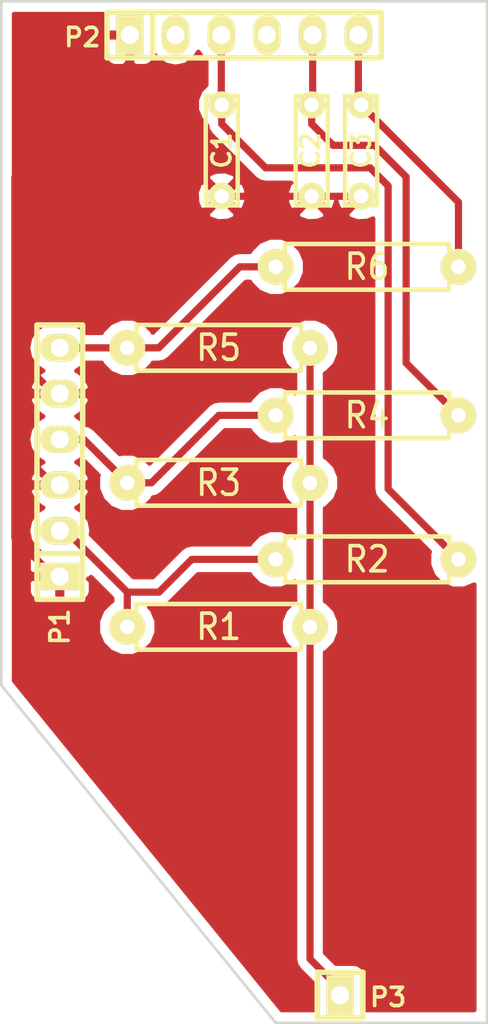
<source format=kicad_pcb>
(kicad_pcb (version 4) (host pcbnew no-vcs-found-product)

  (general
    (links 21)
    (no_connects 2)
    (area 145.978 59.848 174.575001 114.825001)
    (thickness 1.6)
    (drawings 5)
    (tracks 58)
    (zones 0)
    (modules 12)
    (nets 9)
  )

  (page A4)
  (layers
    (0 F.Cu signal)
    (31 B.Cu signal)
    (32 B.Adhes user)
    (33 F.Adhes user)
    (34 B.Paste user)
    (35 F.Paste user)
    (36 B.SilkS user)
    (37 F.SilkS user)
    (38 B.Mask user)
    (39 F.Mask user)
    (40 Dwgs.User user)
    (41 Cmts.User user)
    (42 Eco1.User user)
    (43 Eco2.User user)
    (44 Edge.Cuts user)
    (45 Margin user)
    (46 B.CrtYd user)
    (47 F.CrtYd user)
    (48 B.Fab user)
    (49 F.Fab user)
  )

  (setup
    (last_trace_width 0.4)
    (user_trace_width 0.4)
    (trace_clearance 0.2)
    (zone_clearance 0.508)
    (zone_45_only no)
    (trace_min 0.2)
    (segment_width 0.2)
    (edge_width 0.15)
    (via_size 0.6)
    (via_drill 0.4)
    (via_min_size 0.4)
    (via_min_drill 0.3)
    (uvia_size 0.3)
    (uvia_drill 0.1)
    (uvias_allowed no)
    (uvia_min_size 0.2)
    (uvia_min_drill 0.1)
    (pcb_text_width 0.3)
    (pcb_text_size 1.5 1.5)
    (mod_edge_width 0.15)
    (mod_text_size 1 1)
    (mod_text_width 0.15)
    (pad_size 1.524 1.524)
    (pad_drill 0.762)
    (pad_to_mask_clearance 0.2)
    (aux_axis_origin 0 0)
    (visible_elements FFFFFF7F)
    (pcbplotparams
      (layerselection 0x00000_7fffffff)
      (usegerberextensions false)
      (excludeedgelayer false)
      (linewidth 0.100000)
      (plotframeref false)
      (viasonmask false)
      (mode 1)
      (useauxorigin false)
      (hpglpennumber 1)
      (hpglpenspeed 20)
      (hpglpendiameter 15)
      (psnegative false)
      (psa4output false)
      (plotreference true)
      (plotvalue true)
      (plotinvisibletext false)
      (padsonsilk false)
      (subtractmaskfromsilk false)
      (outputformat 5)
      (mirror false)
      (drillshape 1)
      (scaleselection 1)
      (outputdirectory ""))
  )

  (net 0 "")
  (net 1 Z_ARD)
  (net 2 GND)
  (net 3 Y_ARD)
  (net 4 X_ARD)
  (net 5 Z_NO)
  (net 6 Y_NO)
  (net 7 X_NO)
  (net 8 5V)

  (net_class Default "This is the default net class."
    (clearance 0.2)
    (trace_width 0.25)
    (via_dia 0.6)
    (via_drill 0.4)
    (uvia_dia 0.3)
    (uvia_drill 0.1)
    (add_net 5V)
    (add_net GND)
    (add_net X_ARD)
    (add_net X_NO)
    (add_net Y_ARD)
    (add_net Y_NO)
    (add_net Z_ARD)
    (add_net Z_NO)
  )

  (module w_capacitors:cnp_6mm_disc (layer F.Cu) (tedit 0) (tstamp 56E1DF33)
    (at 159.75 71.04 270)
    (descr "6mm disc ceramic capacitor")
    (tags C)
    (path /56E1E702)
    (fp_text reference C1 (at 0 0 270) (layer F.SilkS)
      (effects (font (size 1.016 1.016) (thickness 0.2032)))
    )
    (fp_text value 100n (at 0 -2.286 270) (layer F.SilkS) hide
      (effects (font (size 1.016 1.016) (thickness 0.2032)))
    )
    (fp_line (start -3.048 -0.889) (end -3.048 0.889) (layer F.SilkS) (width 0.24892))
    (fp_line (start -3.048 0.889) (end 3.048 0.889) (layer F.SilkS) (width 0.24892))
    (fp_line (start 3.048 0.889) (end 3.048 -0.889) (layer F.SilkS) (width 0.24892))
    (fp_line (start 3.048 -0.889) (end -3.048 -0.889) (layer F.SilkS) (width 0.24892))
    (pad 1 thru_hole circle (at -2.54 0 270) (size 1.50114 1.50114) (drill 0.8001) (layers *.Cu *.Mask F.SilkS)
      (net 1 Z_ARD))
    (pad 2 thru_hole circle (at 2.54 0 270) (size 1.50114 1.50114) (drill 0.8001) (layers *.Cu *.Mask F.SilkS)
      (net 2 GND))
    (model walter/capacitors/cnp_6mm_disc.wrl
      (at (xyz 0 0 0))
      (scale (xyz 1 1 1))
      (rotate (xyz 0 0 0))
    )
  )

  (module w_capacitors:cnp_6mm_disc (layer F.Cu) (tedit 0) (tstamp 56E1DF3D)
    (at 164.75 71.04 270)
    (descr "6mm disc ceramic capacitor")
    (tags C)
    (path /56E1E52A)
    (fp_text reference C2 (at 0 0.071537 270) (layer F.SilkS)
      (effects (font (size 1.016 1.016) (thickness 0.2032)))
    )
    (fp_text value 100n (at 0 -2.286 270) (layer F.SilkS) hide
      (effects (font (size 1.016 1.016) (thickness 0.2032)))
    )
    (fp_line (start -3.048 -0.889) (end -3.048 0.889) (layer F.SilkS) (width 0.24892))
    (fp_line (start -3.048 0.889) (end 3.048 0.889) (layer F.SilkS) (width 0.24892))
    (fp_line (start 3.048 0.889) (end 3.048 -0.889) (layer F.SilkS) (width 0.24892))
    (fp_line (start 3.048 -0.889) (end -3.048 -0.889) (layer F.SilkS) (width 0.24892))
    (pad 1 thru_hole circle (at -2.54 0 270) (size 1.50114 1.50114) (drill 0.8001) (layers *.Cu *.Mask F.SilkS)
      (net 3 Y_ARD))
    (pad 2 thru_hole circle (at 2.54 0 270) (size 1.50114 1.50114) (drill 0.8001) (layers *.Cu *.Mask F.SilkS)
      (net 2 GND))
    (model walter/capacitors/cnp_6mm_disc.wrl
      (at (xyz 0 0 0))
      (scale (xyz 1 1 1))
      (rotate (xyz 0 0 0))
    )
  )

  (module w_capacitors:cnp_6mm_disc (layer F.Cu) (tedit 0) (tstamp 56E1DF47)
    (at 167.5 71.04 270)
    (descr "6mm disc ceramic capacitor")
    (tags C)
    (path /56E1DF9B)
    (fp_text reference C3 (at 0 0 270) (layer F.SilkS)
      (effects (font (size 1.016 1.016) (thickness 0.2032)))
    )
    (fp_text value 100n (at 0 -2.286 270) (layer F.SilkS) hide
      (effects (font (size 1.016 1.016) (thickness 0.2032)))
    )
    (fp_line (start -3.048 -0.889) (end -3.048 0.889) (layer F.SilkS) (width 0.24892))
    (fp_line (start -3.048 0.889) (end 3.048 0.889) (layer F.SilkS) (width 0.24892))
    (fp_line (start 3.048 0.889) (end 3.048 -0.889) (layer F.SilkS) (width 0.24892))
    (fp_line (start 3.048 -0.889) (end -3.048 -0.889) (layer F.SilkS) (width 0.24892))
    (pad 1 thru_hole circle (at -2.54 0 270) (size 1.50114 1.50114) (drill 0.8001) (layers *.Cu *.Mask F.SilkS)
      (net 4 X_ARD))
    (pad 2 thru_hole circle (at 2.54 0 270) (size 1.50114 1.50114) (drill 0.8001) (layers *.Cu *.Mask F.SilkS)
      (net 2 GND))
    (model walter/capacitors/cnp_6mm_disc.wrl
      (at (xyz 0 0 0))
      (scale (xyz 1 1 1))
      (rotate (xyz 0 0 0))
    )
  )

  (module w_pin_strip:pin_strip_6 (layer F.Cu) (tedit 0) (tstamp 56E1DF56)
    (at 150.75 88.35 90)
    (descr "Pin strip 6pin")
    (tags "CONN DEV")
    (path /56E1D91F)
    (fp_text reference P1 (at -9.15 0 90) (layer F.SilkS)
      (effects (font (size 1.016 1.016) (thickness 0.2032)))
    )
    (fp_text value CONN_01X06 (at 0.254 -3.556 90) (layer F.SilkS) hide
      (effects (font (size 1.016 0.889) (thickness 0.2032)))
    )
    (fp_line (start -5.08 -1.27) (end -5.08 1.27) (layer F.SilkS) (width 0.3048))
    (fp_line (start -7.62 1.27) (end -7.62 -1.27) (layer F.SilkS) (width 0.3048))
    (fp_line (start -7.62 -1.27) (end 7.62 -1.27) (layer F.SilkS) (width 0.3048))
    (fp_line (start 7.62 -1.27) (end 7.62 1.27) (layer F.SilkS) (width 0.3048))
    (fp_line (start 7.62 1.27) (end -7.62 1.27) (layer F.SilkS) (width 0.3048))
    (pad 1 thru_hole rect (at -6.35 0 90) (size 1.524 2.19964) (drill 1.00076) (layers *.Cu *.Mask F.SilkS)
      (net 2 GND))
    (pad 2 thru_hole oval (at -3.81 0 90) (size 1.524 2.19964) (drill 1.00076) (layers *.Cu *.Mask F.SilkS)
      (net 5 Z_NO))
    (pad 3 thru_hole oval (at -1.27 0 90) (size 1.524 2.19964) (drill 1.00076) (layers *.Cu *.Mask F.SilkS)
      (net 2 GND))
    (pad 4 thru_hole oval (at 1.27 0 90) (size 1.524 2.19964) (drill 1.00076) (layers *.Cu *.Mask F.SilkS)
      (net 6 Y_NO))
    (pad 5 thru_hole oval (at 3.81 0 90) (size 1.524 2.19964) (drill 1.00076) (layers *.Cu *.Mask F.SilkS)
      (net 2 GND))
    (pad 6 thru_hole oval (at 6.35 0 90) (size 1.524 2.19964) (drill 1.00076) (layers *.Cu *.Mask F.SilkS)
      (net 7 X_NO))
    (model walter/pin_strip/pin_strip_6.wrl
      (at (xyz 0 0 0))
      (scale (xyz 1 1 1))
      (rotate (xyz 0 0 0))
    )
  )

  (module w_pin_strip:pin_strip_6 locked (layer F.Cu) (tedit 0) (tstamp 56E1DF65)
    (at 160.996 64.62)
    (descr "Pin strip 6pin")
    (tags "CONN DEV")
    (path /56E1D799)
    (fp_text reference P2 (at -8.996 0.13) (layer F.SilkS)
      (effects (font (size 1.016 1.016) (thickness 0.2032)))
    )
    (fp_text value CONN_01X06 (at 0.254 -3.556) (layer F.SilkS) hide
      (effects (font (size 1.016 0.889) (thickness 0.2032)))
    )
    (fp_line (start -5.08 -1.27) (end -5.08 1.27) (layer F.SilkS) (width 0.3048))
    (fp_line (start -7.62 1.27) (end -7.62 -1.27) (layer F.SilkS) (width 0.3048))
    (fp_line (start -7.62 -1.27) (end 7.62 -1.27) (layer F.SilkS) (width 0.3048))
    (fp_line (start 7.62 -1.27) (end 7.62 1.27) (layer F.SilkS) (width 0.3048))
    (fp_line (start 7.62 1.27) (end -7.62 1.27) (layer F.SilkS) (width 0.3048))
    (pad 1 thru_hole rect (at -6.35 0) (size 1.524 2.19964) (drill 1.00076) (layers *.Cu *.Mask F.SilkS)
      (net 2 GND))
    (pad 2 thru_hole oval (at -3.81 0) (size 1.524 2.19964) (drill 1.00076) (layers *.Cu *.Mask F.SilkS))
    (pad 3 thru_hole oval (at -1.27 0) (size 1.524 2.19964) (drill 1.00076) (layers *.Cu *.Mask F.SilkS)
      (net 1 Z_ARD))
    (pad 4 thru_hole oval (at 1.27 0) (size 1.524 2.19964) (drill 1.00076) (layers *.Cu *.Mask F.SilkS))
    (pad 5 thru_hole oval (at 3.81 0) (size 1.524 2.19964) (drill 1.00076) (layers *.Cu *.Mask F.SilkS)
      (net 3 Y_ARD))
    (pad 6 thru_hole oval (at 6.35 0) (size 1.524 2.19964) (drill 1.00076) (layers *.Cu *.Mask F.SilkS)
      (net 4 X_ARD))
    (model walter/pin_strip/pin_strip_6.wrl
      (at (xyz 0 0 0))
      (scale (xyz 1 1 1))
      (rotate (xyz 0 0 0))
    )
  )

  (module w_pin_strip:pin_strip_1 locked (layer F.Cu) (tedit 0) (tstamp 56E1DF6E)
    (at 166.33 117.96)
    (descr "Pin strip 1pin")
    (tags "CONN DEV")
    (path /56E1D813)
    (fp_text reference P3 (at 2.67 0.12) (layer F.SilkS)
      (effects (font (size 1.016 1.016) (thickness 0.2032)))
    )
    (fp_text value CONN_01X01 (at 0.254 -3.556) (layer F.SilkS) hide
      (effects (font (size 1.016 0.889) (thickness 0.2032)))
    )
    (fp_line (start 1.27 1.27) (end -1.27 1.27) (layer F.SilkS) (width 0.3048))
    (fp_line (start -1.27 -1.27) (end 1.27 -1.27) (layer F.SilkS) (width 0.3048))
    (fp_line (start -1.27 1.27) (end -1.27 -1.27) (layer F.SilkS) (width 0.3048))
    (fp_line (start 1.27 -1.27) (end 1.27 1.27) (layer F.SilkS) (width 0.3048))
    (pad 1 thru_hole rect (at 0 0) (size 1.524 2.19964) (drill 1.00076) (layers *.Cu *.Mask F.SilkS)
      (net 8 5V))
    (model walter/pin_strip/pin_strip_1.wrl
      (at (xyz 0 0 0))
      (scale (xyz 1 1 1))
      (rotate (xyz 0 0 0))
    )
  )

  (module w_pth_resistors:RC05 (layer F.Cu) (tedit 0) (tstamp 56E1DF7A)
    (at 159.58 97.5)
    (descr "Resistor, RC05")
    (tags R)
    (path /56E1E6EC)
    (autoplace_cost180 10)
    (fp_text reference R1 (at 0 0) (layer F.SilkS)
      (effects (font (size 1.397 1.27) (thickness 0.2032)))
    )
    (fp_text value 680 (at 0 2.032) (layer F.SilkS) hide
      (effects (font (size 1.397 1.27) (thickness 0.2032)))
    )
    (fp_line (start 4.572 1.27) (end -4.572 1.27) (layer F.SilkS) (width 0.254))
    (fp_line (start -4.572 1.27) (end -4.572 -1.27) (layer F.SilkS) (width 0.254))
    (fp_line (start -4.572 -1.27) (end 4.572 -1.27) (layer F.SilkS) (width 0.254))
    (fp_line (start 4.572 -1.27) (end 4.572 1.27) (layer F.SilkS) (width 0.254))
    (fp_line (start -5.08 0) (end -4.572 0) (layer F.SilkS) (width 0.3048))
    (fp_line (start 5.08 0) (end 4.572 0) (layer F.SilkS) (width 0.3048))
    (pad 1 thru_hole circle (at -5.08 0) (size 1.99898 1.99898) (drill 0.8001) (layers *.Cu *.Mask F.SilkS)
      (net 5 Z_NO))
    (pad 2 thru_hole circle (at 5.08 0) (size 1.99898 1.99898) (drill 0.8001) (layers *.Cu *.Mask F.SilkS)
      (net 8 5V))
    (model walter/pth_resistors/rc05.wrl
      (at (xyz 0 0 0))
      (scale (xyz 1 1 1))
      (rotate (xyz 0 0 0))
    )
  )

  (module w_pth_resistors:RC05 (layer F.Cu) (tedit 0) (tstamp 56E1DF86)
    (at 167.83 93.75 180)
    (descr "Resistor, RC05")
    (tags R)
    (path /56E1E6F8)
    (autoplace_cost180 10)
    (fp_text reference R2 (at 0 0 180) (layer F.SilkS)
      (effects (font (size 1.397 1.27) (thickness 0.2032)))
    )
    (fp_text value 10k (at 0 2.032 180) (layer F.SilkS) hide
      (effects (font (size 1.397 1.27) (thickness 0.2032)))
    )
    (fp_line (start 4.572 1.27) (end -4.572 1.27) (layer F.SilkS) (width 0.254))
    (fp_line (start -4.572 1.27) (end -4.572 -1.27) (layer F.SilkS) (width 0.254))
    (fp_line (start -4.572 -1.27) (end 4.572 -1.27) (layer F.SilkS) (width 0.254))
    (fp_line (start 4.572 -1.27) (end 4.572 1.27) (layer F.SilkS) (width 0.254))
    (fp_line (start -5.08 0) (end -4.572 0) (layer F.SilkS) (width 0.3048))
    (fp_line (start 5.08 0) (end 4.572 0) (layer F.SilkS) (width 0.3048))
    (pad 1 thru_hole circle (at -5.08 0 180) (size 1.99898 1.99898) (drill 0.8001) (layers *.Cu *.Mask F.SilkS)
      (net 1 Z_ARD))
    (pad 2 thru_hole circle (at 5.08 0 180) (size 1.99898 1.99898) (drill 0.8001) (layers *.Cu *.Mask F.SilkS)
      (net 5 Z_NO))
    (model walter/pth_resistors/rc05.wrl
      (at (xyz 0 0 0))
      (scale (xyz 1 1 1))
      (rotate (xyz 0 0 0))
    )
  )

  (module w_pth_resistors:RC05 (layer F.Cu) (tedit 0) (tstamp 56E1DF92)
    (at 159.58 89.5)
    (descr "Resistor, RC05")
    (tags R)
    (path /56E1E514)
    (autoplace_cost180 10)
    (fp_text reference R3 (at 0 0) (layer F.SilkS)
      (effects (font (size 1.397 1.27) (thickness 0.2032)))
    )
    (fp_text value 680 (at 0 2.032) (layer F.SilkS) hide
      (effects (font (size 1.397 1.27) (thickness 0.2032)))
    )
    (fp_line (start 4.572 1.27) (end -4.572 1.27) (layer F.SilkS) (width 0.254))
    (fp_line (start -4.572 1.27) (end -4.572 -1.27) (layer F.SilkS) (width 0.254))
    (fp_line (start -4.572 -1.27) (end 4.572 -1.27) (layer F.SilkS) (width 0.254))
    (fp_line (start 4.572 -1.27) (end 4.572 1.27) (layer F.SilkS) (width 0.254))
    (fp_line (start -5.08 0) (end -4.572 0) (layer F.SilkS) (width 0.3048))
    (fp_line (start 5.08 0) (end 4.572 0) (layer F.SilkS) (width 0.3048))
    (pad 1 thru_hole circle (at -5.08 0) (size 1.99898 1.99898) (drill 0.8001) (layers *.Cu *.Mask F.SilkS)
      (net 6 Y_NO))
    (pad 2 thru_hole circle (at 5.08 0) (size 1.99898 1.99898) (drill 0.8001) (layers *.Cu *.Mask F.SilkS)
      (net 8 5V))
    (model walter/pth_resistors/rc05.wrl
      (at (xyz 0 0 0))
      (scale (xyz 1 1 1))
      (rotate (xyz 0 0 0))
    )
  )

  (module w_pth_resistors:RC05 (layer F.Cu) (tedit 0) (tstamp 56E1DF9E)
    (at 167.83 85.75 180)
    (descr "Resistor, RC05")
    (tags R)
    (path /56E1E520)
    (autoplace_cost180 10)
    (fp_text reference R4 (at 0 0 180) (layer F.SilkS)
      (effects (font (size 1.397 1.27) (thickness 0.2032)))
    )
    (fp_text value 10k (at 0 2.032 180) (layer F.SilkS) hide
      (effects (font (size 1.397 1.27) (thickness 0.2032)))
    )
    (fp_line (start 4.572 1.27) (end -4.572 1.27) (layer F.SilkS) (width 0.254))
    (fp_line (start -4.572 1.27) (end -4.572 -1.27) (layer F.SilkS) (width 0.254))
    (fp_line (start -4.572 -1.27) (end 4.572 -1.27) (layer F.SilkS) (width 0.254))
    (fp_line (start 4.572 -1.27) (end 4.572 1.27) (layer F.SilkS) (width 0.254))
    (fp_line (start -5.08 0) (end -4.572 0) (layer F.SilkS) (width 0.3048))
    (fp_line (start 5.08 0) (end 4.572 0) (layer F.SilkS) (width 0.3048))
    (pad 1 thru_hole circle (at -5.08 0 180) (size 1.99898 1.99898) (drill 0.8001) (layers *.Cu *.Mask F.SilkS)
      (net 3 Y_ARD))
    (pad 2 thru_hole circle (at 5.08 0 180) (size 1.99898 1.99898) (drill 0.8001) (layers *.Cu *.Mask F.SilkS)
      (net 6 Y_NO))
    (model walter/pth_resistors/rc05.wrl
      (at (xyz 0 0 0))
      (scale (xyz 1 1 1))
      (rotate (xyz 0 0 0))
    )
  )

  (module w_pth_resistors:RC05 (layer F.Cu) (tedit 0) (tstamp 56E1DFAA)
    (at 159.58 82)
    (descr "Resistor, RC05")
    (tags R)
    (path /56E1DC07)
    (autoplace_cost180 10)
    (fp_text reference R5 (at 0 0) (layer F.SilkS)
      (effects (font (size 1.397 1.27) (thickness 0.2032)))
    )
    (fp_text value 680 (at 0 2.032) (layer F.SilkS) hide
      (effects (font (size 1.397 1.27) (thickness 0.2032)))
    )
    (fp_line (start 4.572 1.27) (end -4.572 1.27) (layer F.SilkS) (width 0.254))
    (fp_line (start -4.572 1.27) (end -4.572 -1.27) (layer F.SilkS) (width 0.254))
    (fp_line (start -4.572 -1.27) (end 4.572 -1.27) (layer F.SilkS) (width 0.254))
    (fp_line (start 4.572 -1.27) (end 4.572 1.27) (layer F.SilkS) (width 0.254))
    (fp_line (start -5.08 0) (end -4.572 0) (layer F.SilkS) (width 0.3048))
    (fp_line (start 5.08 0) (end 4.572 0) (layer F.SilkS) (width 0.3048))
    (pad 1 thru_hole circle (at -5.08 0) (size 1.99898 1.99898) (drill 0.8001) (layers *.Cu *.Mask F.SilkS)
      (net 7 X_NO))
    (pad 2 thru_hole circle (at 5.08 0) (size 1.99898 1.99898) (drill 0.8001) (layers *.Cu *.Mask F.SilkS)
      (net 8 5V))
    (model walter/pth_resistors/rc05.wrl
      (at (xyz 0 0 0))
      (scale (xyz 1 1 1))
      (rotate (xyz 0 0 0))
    )
  )

  (module w_pth_resistors:RC05 (layer F.Cu) (tedit 0) (tstamp 56E1DFB6)
    (at 167.83 77.5 180)
    (descr "Resistor, RC05")
    (tags R)
    (path /56E1DE10)
    (autoplace_cost180 10)
    (fp_text reference R6 (at 0 0 180) (layer F.SilkS)
      (effects (font (size 1.397 1.27) (thickness 0.2032)))
    )
    (fp_text value 10k (at 0 2.032 180) (layer F.SilkS) hide
      (effects (font (size 1.397 1.27) (thickness 0.2032)))
    )
    (fp_line (start 4.572 1.27) (end -4.572 1.27) (layer F.SilkS) (width 0.254))
    (fp_line (start -4.572 1.27) (end -4.572 -1.27) (layer F.SilkS) (width 0.254))
    (fp_line (start -4.572 -1.27) (end 4.572 -1.27) (layer F.SilkS) (width 0.254))
    (fp_line (start 4.572 -1.27) (end 4.572 1.27) (layer F.SilkS) (width 0.254))
    (fp_line (start -5.08 0) (end -4.572 0) (layer F.SilkS) (width 0.3048))
    (fp_line (start 5.08 0) (end 4.572 0) (layer F.SilkS) (width 0.3048))
    (pad 1 thru_hole circle (at -5.08 0 180) (size 1.99898 1.99898) (drill 0.8001) (layers *.Cu *.Mask F.SilkS)
      (net 4 X_ARD))
    (pad 2 thru_hole circle (at 5.08 0 180) (size 1.99898 1.99898) (drill 0.8001) (layers *.Cu *.Mask F.SilkS)
      (net 7 X_NO))
    (model walter/pth_resistors/rc05.wrl
      (at (xyz 0 0 0))
      (scale (xyz 1 1 1))
      (rotate (xyz 0 0 0))
    )
  )

  (gr_line (start 147.5 100.75) (end 162.75 119.5) (layer Edge.Cuts) (width 0.15))
  (gr_line (start 147.5 62.75) (end 174.5 62.75) (layer Edge.Cuts) (width 0.15))
  (gr_line (start 147.5 100.75) (end 147.5 62.75) (layer Edge.Cuts) (width 0.15))
  (gr_line (start 174.5 119.5) (end 162.75 119.5) (layer Edge.Cuts) (width 0.15))
  (gr_line (start 174.5 62.75) (end 174.5 119.5) (layer Edge.Cuts) (width 0.15))

  (segment (start 159.75 68.5) (end 159.75 69.561466) (width 0.4) (layer F.Cu) (net 1))
  (segment (start 159.75 69.561466) (end 162.188534 72) (width 0.4) (layer F.Cu) (net 1))
  (segment (start 162.188534 72) (end 168 72) (width 0.4) (layer F.Cu) (net 1))
  (segment (start 168 72) (end 169 73) (width 0.4) (layer F.Cu) (net 1))
  (segment (start 169 73) (end 169 89.84) (width 0.4) (layer F.Cu) (net 1))
  (segment (start 169 89.84) (end 172.91 93.75) (width 0.4) (layer F.Cu) (net 1))
  (segment (start 159.726 64.62) (end 159.726 68.476) (width 0.4) (layer F.Cu) (net 1))
  (segment (start 159.726 68.476) (end 159.75 68.5) (width 0.4) (layer F.Cu) (net 1))
  (segment (start 164.75 73.58) (end 167.5 73.58) (width 0.4) (layer F.Cu) (net 2))
  (segment (start 159.75 73.58) (end 164.75 73.58) (width 0.4) (layer F.Cu) (net 2))
  (segment (start 154.646 64.62) (end 154.646 68.476) (width 0.4) (layer F.Cu) (net 2))
  (segment (start 154.646 68.476) (end 159.75 73.58) (width 0.4) (layer F.Cu) (net 2))
  (segment (start 148.25 87.45782) (end 148.25 92.53782) (width 0.4) (layer F.Cu) (net 2))
  (segment (start 148.25 92.53782) (end 150.41218 94.7) (width 0.4) (layer F.Cu) (net 2))
  (segment (start 150.41218 94.7) (end 150.75 94.7) (width 0.4) (layer F.Cu) (net 2))
  (segment (start 148.25 82.37782) (end 148.25 87.45782) (width 0.4) (layer F.Cu) (net 2))
  (segment (start 148.25 87.45782) (end 150.41218 89.62) (width 0.4) (layer F.Cu) (net 2))
  (segment (start 150.41218 89.62) (end 150.75 89.62) (width 0.4) (layer F.Cu) (net 2))
  (segment (start 154.646 64.62) (end 154.646 66.11982) (width 0.4) (layer F.Cu) (net 2))
  (segment (start 154.646 66.11982) (end 148.25 72.51582) (width 0.4) (layer F.Cu) (net 2))
  (segment (start 148.25 72.51582) (end 148.25 82.37782) (width 0.4) (layer F.Cu) (net 2))
  (segment (start 148.25 82.37782) (end 150.41218 84.54) (width 0.4) (layer F.Cu) (net 2))
  (segment (start 150.41218 84.54) (end 150.75 84.54) (width 0.4) (layer F.Cu) (net 2))
  (segment (start 154.646 64.62) (end 154.646 64.95782) (width 0.4) (layer F.Cu) (net 2))
  (segment (start 170 72.5) (end 170 81.5) (width 0.4) (layer F.Cu) (net 3))
  (segment (start 170 81.5) (end 170 82.25) (width 0.4) (layer F.Cu) (net 3))
  (segment (start 172.91 85.75) (end 170 82.84) (width 0.4) (layer F.Cu) (net 3))
  (segment (start 170 82.84) (end 170 81.5) (width 0.4) (layer F.Cu) (net 3))
  (segment (start 168.25 70.75) (end 170 72.5) (width 0.4) (layer F.Cu) (net 3))
  (segment (start 165.938534 70.75) (end 168.25 70.75) (width 0.4) (layer F.Cu) (net 3))
  (segment (start 164.75 68.5) (end 164.75 69.561466) (width 0.4) (layer F.Cu) (net 3))
  (segment (start 164.75 69.561466) (end 165.938534 70.75) (width 0.4) (layer F.Cu) (net 3))
  (segment (start 164.806 64.62) (end 164.806 68.444) (width 0.4) (layer F.Cu) (net 3))
  (segment (start 164.806 68.444) (end 164.75 68.5) (width 0.4) (layer F.Cu) (net 3))
  (segment (start 167.5 68.5) (end 172.91 73.91) (width 0.4) (layer F.Cu) (net 4))
  (segment (start 172.91 73.91) (end 172.91 77.5) (width 0.4) (layer F.Cu) (net 4))
  (segment (start 167.346 64.62) (end 167.346 68.346) (width 0.4) (layer F.Cu) (net 4))
  (segment (start 167.346 68.346) (end 167.5 68.5) (width 0.4) (layer F.Cu) (net 4))
  (segment (start 159.5 93.75) (end 162.75 93.75) (width 0.4) (layer F.Cu) (net 5))
  (segment (start 159.5 93.75) (end 158.086508 93.75) (width 0.4) (layer F.Cu) (net 5))
  (segment (start 158.086508 93.75) (end 156.264328 95.57218) (width 0.4) (layer F.Cu) (net 5))
  (segment (start 156.264328 95.57218) (end 154.5 95.57218) (width 0.4) (layer F.Cu) (net 5))
  (segment (start 154.5 97.5) (end 154.5 95.57218) (width 0.4) (layer F.Cu) (net 5))
  (segment (start 154.5 95.57218) (end 151.08782 92.16) (width 0.4) (layer F.Cu) (net 5))
  (segment (start 151.08782 92.16) (end 150.75 92.16) (width 0.4) (layer F.Cu) (net 5))
  (segment (start 159.59 85.75) (end 162.75 85.75) (width 0.4) (layer F.Cu) (net 6))
  (segment (start 159.59 85.75) (end 155.84 89.5) (width 0.4) (layer F.Cu) (net 6))
  (segment (start 155.84 89.5) (end 154.5 89.5) (width 0.4) (layer F.Cu) (net 6))
  (segment (start 150.75 87.08) (end 152.08 87.08) (width 0.4) (layer F.Cu) (net 6))
  (segment (start 152.08 87.08) (end 153.500511 88.500511) (width 0.4) (layer F.Cu) (net 6))
  (segment (start 153.500511 88.500511) (end 154.5 89.5) (width 0.4) (layer F.Cu) (net 6))
  (segment (start 160.75 77.5) (end 162.75 77.5) (width 0.4) (layer F.Cu) (net 7))
  (segment (start 154.5 82) (end 156.25 82) (width 0.4) (layer F.Cu) (net 7))
  (segment (start 156.25 82) (end 160.75 77.5) (width 0.4) (layer F.Cu) (net 7))
  (segment (start 150.75 82) (end 154.5 82) (width 0.4) (layer F.Cu) (net 7))
  (segment (start 164.66 82) (end 164.66 115.95218) (width 0.4) (layer F.Cu) (net 8))
  (segment (start 164.66 115.95218) (end 166.33 117.62218) (width 0.4) (layer F.Cu) (net 8))
  (segment (start 166.33 117.62218) (end 166.33 117.96) (width 0.4) (layer F.Cu) (net 8))

  (zone (net 2) (net_name GND) (layer F.Cu) (tstamp 0) (hatch edge 0.508)
    (connect_pads (clearance 0.508))
    (min_thickness 0.254)
    (fill yes (arc_segments 16) (thermal_gap 0.508) (thermal_bridge_width 0.508))
    (polygon
      (pts
        (xy 147.5 62.75) (xy 147.5 100.75) (xy 162.75 119.5) (xy 174.5 119.5) (xy 174.5 62.75)
      )
    )
    (filled_polygon
      (pts
        (xy 153.249 64.33425) (xy 153.40775 64.493) (xy 154.519 64.493) (xy 154.519 64.473) (xy 154.773 64.473)
        (xy 154.773 64.493) (xy 154.793 64.493) (xy 154.793 64.747) (xy 154.773 64.747) (xy 154.773 66.19607)
        (xy 154.93175 66.35482) (xy 155.534309 66.35482) (xy 155.767698 66.258147) (xy 155.946327 66.079519) (xy 156.043 65.84613)
        (xy 156.043 65.747404) (xy 156.198172 65.979635) (xy 156.651391 66.282467) (xy 157.186 66.388807) (xy 157.720609 66.282467)
        (xy 158.173828 65.979635) (xy 158.456 65.557336) (xy 158.738172 65.979635) (xy 158.891 66.081752) (xy 158.891 67.399718)
        (xy 158.576056 67.714113) (xy 158.364671 68.223184) (xy 158.36419 68.774398) (xy 158.574686 69.283837) (xy 158.930719 69.640492)
        (xy 158.978561 69.881007) (xy 159.043745 69.978561) (xy 159.159566 70.1519) (xy 161.5981 72.590434) (xy 161.868993 72.771439)
        (xy 162.188534 72.835) (xy 163.610492 72.835) (xy 163.537069 72.855735) (xy 163.352233 73.375034) (xy 163.380195 73.925538)
        (xy 163.537069 74.304265) (xy 163.77807 74.372325) (xy 164.570395 73.58) (xy 164.556253 73.565858) (xy 164.735858 73.386253)
        (xy 164.75 73.400395) (xy 164.764143 73.386253) (xy 164.943748 73.565858) (xy 164.929605 73.58) (xy 165.72193 74.372325)
        (xy 165.962931 74.304265) (xy 166.126141 73.845725) (xy 166.130195 73.925538) (xy 166.287069 74.304265) (xy 166.52807 74.372325)
        (xy 167.320395 73.58) (xy 167.306253 73.565858) (xy 167.485858 73.386253) (xy 167.5 73.400395) (xy 167.514143 73.386253)
        (xy 167.693748 73.565858) (xy 167.679605 73.58) (xy 167.693748 73.594143) (xy 167.514143 73.773748) (xy 167.5 73.759605)
        (xy 166.707675 74.55193) (xy 166.775735 74.792931) (xy 167.295034 74.977767) (xy 167.845538 74.949805) (xy 168.165 74.817479)
        (xy 168.165 89.84) (xy 168.228561 90.159541) (xy 168.303329 90.271439) (xy 168.409566 90.430434) (xy 171.312995 93.333863)
        (xy 171.275794 93.423453) (xy 171.275226 94.073694) (xy 171.523538 94.674655) (xy 171.982927 95.134846) (xy 172.583453 95.384206)
        (xy 173.233694 95.384774) (xy 173.79 95.154913) (xy 173.79 118.79) (xy 167.73944 118.79) (xy 167.73944 116.86018)
        (xy 167.690157 116.612415) (xy 167.549809 116.402371) (xy 167.339765 116.262023) (xy 167.092 116.21274) (xy 166.101428 116.21274)
        (xy 165.495 115.606312) (xy 165.495 98.923507) (xy 165.584655 98.886462) (xy 166.044846 98.427073) (xy 166.294206 97.826547)
        (xy 166.294774 97.176306) (xy 166.046462 96.575345) (xy 165.587073 96.115154) (xy 165.495 96.076922) (xy 165.495 90.923507)
        (xy 165.584655 90.886462) (xy 166.044846 90.427073) (xy 166.294206 89.826547) (xy 166.294774 89.176306) (xy 166.046462 88.575345)
        (xy 165.587073 88.115154) (xy 165.495 88.076922) (xy 165.495 83.423507) (xy 165.584655 83.386462) (xy 166.044846 82.927073)
        (xy 166.294206 82.326547) (xy 166.294774 81.676306) (xy 166.046462 81.075345) (xy 165.587073 80.615154) (xy 164.986547 80.365794)
        (xy 164.336306 80.365226) (xy 163.735345 80.613538) (xy 163.275154 81.072927) (xy 163.025794 81.673453) (xy 163.025226 82.323694)
        (xy 163.273538 82.924655) (xy 163.732927 83.384846) (xy 163.825 83.423078) (xy 163.825 84.513339) (xy 163.677073 84.365154)
        (xy 163.076547 84.115794) (xy 162.426306 84.115226) (xy 161.825345 84.363538) (xy 161.365154 84.822927) (xy 161.326922 84.915)
        (xy 159.59 84.915) (xy 159.270459 84.978561) (xy 158.999566 85.159566) (xy 155.735256 88.423876) (xy 155.427073 88.115154)
        (xy 154.826547 87.865794) (xy 154.176306 87.865226) (xy 154.084166 87.903298) (xy 152.670434 86.489566) (xy 152.399541 86.308561)
        (xy 152.231947 86.275224) (xy 152.109635 86.092172) (xy 151.674394 85.801353) (xy 151.739761 85.782059) (xy 152.16545 85.438026)
        (xy 152.42708 84.957277) (xy 152.44204 84.88307) (xy 152.31954 84.667) (xy 150.877 84.667) (xy 150.877 84.687)
        (xy 150.623 84.687) (xy 150.623 84.667) (xy 149.18046 84.667) (xy 149.05796 84.88307) (xy 149.07292 84.957277)
        (xy 149.33455 85.438026) (xy 149.760239 85.782059) (xy 149.825606 85.801353) (xy 149.390365 86.092172) (xy 149.087533 86.545391)
        (xy 148.981193 87.08) (xy 149.087533 87.614609) (xy 149.390365 88.067828) (xy 149.825606 88.358647) (xy 149.760239 88.377941)
        (xy 149.33455 88.721974) (xy 149.07292 89.202723) (xy 149.05796 89.27693) (xy 149.18046 89.493) (xy 150.623 89.493)
        (xy 150.623 89.473) (xy 150.877 89.473) (xy 150.877 89.493) (xy 152.31954 89.493) (xy 152.44204 89.27693)
        (xy 152.42708 89.202723) (xy 152.16545 88.721974) (xy 151.739761 88.377941) (xy 151.674394 88.358647) (xy 151.976151 88.157019)
        (xy 152.902995 89.083863) (xy 152.865794 89.173453) (xy 152.865226 89.823694) (xy 153.113538 90.424655) (xy 153.572927 90.884846)
        (xy 154.173453 91.134206) (xy 154.823694 91.134774) (xy 155.424655 90.886462) (xy 155.884846 90.427073) (xy 155.930558 90.316987)
        (xy 156.159541 90.271439) (xy 156.430434 90.090434) (xy 159.935868 86.585) (xy 161.326493 86.585) (xy 161.363538 86.674655)
        (xy 161.822927 87.134846) (xy 162.423453 87.384206) (xy 163.073694 87.384774) (xy 163.674655 87.136462) (xy 163.825 86.986379)
        (xy 163.825 88.076493) (xy 163.735345 88.113538) (xy 163.275154 88.572927) (xy 163.025794 89.173453) (xy 163.025226 89.823694)
        (xy 163.273538 90.424655) (xy 163.732927 90.884846) (xy 163.825 90.923078) (xy 163.825 92.513339) (xy 163.677073 92.365154)
        (xy 163.076547 92.115794) (xy 162.426306 92.115226) (xy 161.825345 92.363538) (xy 161.365154 92.822927) (xy 161.326922 92.915)
        (xy 158.086508 92.915) (xy 157.766968 92.97856) (xy 157.496074 93.159566) (xy 155.91846 94.73718) (xy 154.845868 94.73718)
        (xy 152.47731 92.368622) (xy 152.518807 92.16) (xy 152.412467 91.625391) (xy 152.109635 91.172172) (xy 151.674394 90.881353)
        (xy 151.739761 90.862059) (xy 152.16545 90.518026) (xy 152.42708 90.037277) (xy 152.44204 89.96307) (xy 152.31954 89.747)
        (xy 150.877 89.747) (xy 150.877 89.767) (xy 150.623 89.767) (xy 150.623 89.747) (xy 149.18046 89.747)
        (xy 149.05796 89.96307) (xy 149.07292 90.037277) (xy 149.33455 90.518026) (xy 149.760239 90.862059) (xy 149.825606 90.881353)
        (xy 149.390365 91.172172) (xy 149.087533 91.625391) (xy 148.981193 92.16) (xy 149.087533 92.694609) (xy 149.390365 93.147828)
        (xy 149.622596 93.303) (xy 149.52387 93.303) (xy 149.290481 93.399673) (xy 149.111853 93.578302) (xy 149.01518 93.811691)
        (xy 149.01518 94.41425) (xy 149.17393 94.573) (xy 150.623 94.573) (xy 150.623 94.553) (xy 150.877 94.553)
        (xy 150.877 94.573) (xy 150.897 94.573) (xy 150.897 94.827) (xy 150.877 94.827) (xy 150.877 95.93825)
        (xy 151.03575 96.097) (xy 151.97613 96.097) (xy 152.209519 96.000327) (xy 152.388147 95.821698) (xy 152.48482 95.588309)
        (xy 152.48482 94.98575) (xy 152.326072 94.827002) (xy 152.48482 94.827002) (xy 152.48482 94.737868) (xy 153.665 95.918048)
        (xy 153.665 96.076493) (xy 153.575345 96.113538) (xy 153.115154 96.572927) (xy 152.865794 97.173453) (xy 152.865226 97.823694)
        (xy 153.113538 98.424655) (xy 153.572927 98.884846) (xy 154.173453 99.134206) (xy 154.823694 99.134774) (xy 155.424655 98.886462)
        (xy 155.884846 98.427073) (xy 156.134206 97.826547) (xy 156.134774 97.176306) (xy 155.886462 96.575345) (xy 155.71859 96.40718)
        (xy 156.264328 96.40718) (xy 156.583869 96.343619) (xy 156.854762 96.162614) (xy 158.432376 94.585) (xy 161.326493 94.585)
        (xy 161.363538 94.674655) (xy 161.822927 95.134846) (xy 162.423453 95.384206) (xy 163.073694 95.384774) (xy 163.674655 95.136462)
        (xy 163.825 94.986379) (xy 163.825 96.076493) (xy 163.735345 96.113538) (xy 163.275154 96.572927) (xy 163.025794 97.173453)
        (xy 163.025226 97.823694) (xy 163.273538 98.424655) (xy 163.732927 98.884846) (xy 163.825 98.923078) (xy 163.825 115.95218)
        (xy 163.888561 116.271721) (xy 163.975859 116.402371) (xy 164.069566 116.542614) (xy 164.92056 117.393608) (xy 164.92056 118.79)
        (xy 163.08772 118.79) (xy 148.21 100.497721) (xy 148.21 94.98575) (xy 149.01518 94.98575) (xy 149.01518 95.588309)
        (xy 149.111853 95.821698) (xy 149.290481 96.000327) (xy 149.52387 96.097) (xy 150.46425 96.097) (xy 150.623 95.93825)
        (xy 150.623 94.827) (xy 149.17393 94.827) (xy 149.01518 94.98575) (xy 148.21 94.98575) (xy 148.21 82)
        (xy 148.981193 82) (xy 149.087533 82.534609) (xy 149.390365 82.987828) (xy 149.825606 83.278647) (xy 149.760239 83.297941)
        (xy 149.33455 83.641974) (xy 149.07292 84.122723) (xy 149.05796 84.19693) (xy 149.18046 84.413) (xy 150.623 84.413)
        (xy 150.623 84.393) (xy 150.877 84.393) (xy 150.877 84.413) (xy 152.31954 84.413) (xy 152.44204 84.19693)
        (xy 152.42708 84.122723) (xy 152.16545 83.641974) (xy 151.739761 83.297941) (xy 151.674394 83.278647) (xy 152.109635 82.987828)
        (xy 152.211752 82.835) (xy 153.076493 82.835) (xy 153.113538 82.924655) (xy 153.572927 83.384846) (xy 154.173453 83.634206)
        (xy 154.823694 83.634774) (xy 155.424655 83.386462) (xy 155.884846 82.927073) (xy 155.923078 82.835) (xy 156.25 82.835)
        (xy 156.569541 82.771439) (xy 156.840434 82.590434) (xy 161.095868 78.335) (xy 161.326493 78.335) (xy 161.363538 78.424655)
        (xy 161.822927 78.884846) (xy 162.423453 79.134206) (xy 163.073694 79.134774) (xy 163.674655 78.886462) (xy 164.134846 78.427073)
        (xy 164.384206 77.826547) (xy 164.384774 77.176306) (xy 164.136462 76.575345) (xy 163.677073 76.115154) (xy 163.076547 75.865794)
        (xy 162.426306 75.865226) (xy 161.825345 76.113538) (xy 161.365154 76.572927) (xy 161.326922 76.665) (xy 160.75 76.665)
        (xy 160.430459 76.728561) (xy 160.159566 76.909566) (xy 155.917842 81.15129) (xy 155.886462 81.075345) (xy 155.427073 80.615154)
        (xy 154.826547 80.365794) (xy 154.176306 80.365226) (xy 153.575345 80.613538) (xy 153.115154 81.072927) (xy 153.076922 81.165)
        (xy 152.211752 81.165) (xy 152.109635 81.012172) (xy 151.656416 80.70934) (xy 151.121807 80.603) (xy 150.378193 80.603)
        (xy 149.843584 80.70934) (xy 149.390365 81.012172) (xy 149.087533 81.465391) (xy 148.981193 82) (xy 148.21 82)
        (xy 148.21 74.55193) (xy 158.957675 74.55193) (xy 159.025735 74.792931) (xy 159.545034 74.977767) (xy 160.095538 74.949805)
        (xy 160.474265 74.792931) (xy 160.542325 74.55193) (xy 163.957675 74.55193) (xy 164.025735 74.792931) (xy 164.545034 74.977767)
        (xy 165.095538 74.949805) (xy 165.474265 74.792931) (xy 165.542325 74.55193) (xy 164.75 73.759605) (xy 163.957675 74.55193)
        (xy 160.542325 74.55193) (xy 159.75 73.759605) (xy 158.957675 74.55193) (xy 148.21 74.55193) (xy 148.21 73.375034)
        (xy 158.352233 73.375034) (xy 158.380195 73.925538) (xy 158.537069 74.304265) (xy 158.77807 74.372325) (xy 159.570395 73.58)
        (xy 159.929605 73.58) (xy 160.72193 74.372325) (xy 160.962931 74.304265) (xy 161.147767 73.784966) (xy 161.119805 73.234462)
        (xy 160.962931 72.855735) (xy 160.72193 72.787675) (xy 159.929605 73.58) (xy 159.570395 73.58) (xy 158.77807 72.787675)
        (xy 158.537069 72.855735) (xy 158.352233 73.375034) (xy 148.21 73.375034) (xy 148.21 72.60807) (xy 158.957675 72.60807)
        (xy 159.75 73.400395) (xy 160.542325 72.60807) (xy 160.474265 72.367069) (xy 159.954966 72.182233) (xy 159.404462 72.210195)
        (xy 159.025735 72.367069) (xy 158.957675 72.60807) (xy 148.21 72.60807) (xy 148.21 64.90575) (xy 153.249 64.90575)
        (xy 153.249 65.84613) (xy 153.345673 66.079519) (xy 153.524302 66.258147) (xy 153.757691 66.35482) (xy 154.36025 66.35482)
        (xy 154.519 66.19607) (xy 154.519 64.747) (xy 153.40775 64.747) (xy 153.249 64.90575) (xy 148.21 64.90575)
        (xy 148.21 63.46) (xy 153.249 63.46)
      )
    )
  )
)

</source>
